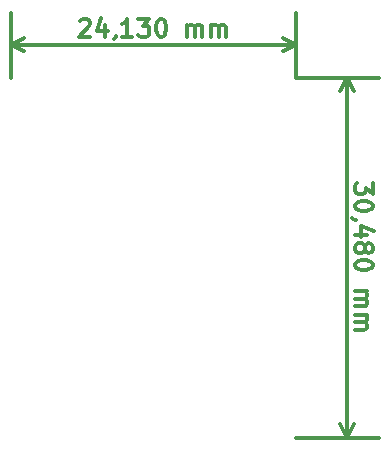
<source format=gbr>
%TF.GenerationSoftware,KiCad,Pcbnew,5.1.9+dfsg1-1+deb11u1*%
%TF.CreationDate,2022-11-30T10:07:17+01:00*%
%TF.ProjectId,A500MPU-Adapter,41353030-4d50-4552-9d41-646170746572,2.0*%
%TF.SameCoordinates,Original*%
%TF.FileFunction,Other,User*%
%FSLAX46Y46*%
G04 Gerber Fmt 4.6, Leading zero omitted, Abs format (unit mm)*
G04 Created by KiCad (PCBNEW 5.1.9+dfsg1-1+deb11u1) date 2022-11-30 10:07:17*
%MOMM*%
%LPD*%
G01*
G04 APERTURE LIST*
%ADD10C,0.300000*%
G04 APERTURE END LIST*
D10*
X175399428Y-105474285D02*
X175399428Y-106402857D01*
X174828000Y-105902857D01*
X174828000Y-106117142D01*
X174756571Y-106260000D01*
X174685142Y-106331428D01*
X174542285Y-106402857D01*
X174185142Y-106402857D01*
X174042285Y-106331428D01*
X173970857Y-106260000D01*
X173899428Y-106117142D01*
X173899428Y-105688571D01*
X173970857Y-105545714D01*
X174042285Y-105474285D01*
X175399428Y-107331428D02*
X175399428Y-107474285D01*
X175328000Y-107617142D01*
X175256571Y-107688571D01*
X175113714Y-107760000D01*
X174828000Y-107831428D01*
X174470857Y-107831428D01*
X174185142Y-107760000D01*
X174042285Y-107688571D01*
X173970857Y-107617142D01*
X173899428Y-107474285D01*
X173899428Y-107331428D01*
X173970857Y-107188571D01*
X174042285Y-107117142D01*
X174185142Y-107045714D01*
X174470857Y-106974285D01*
X174828000Y-106974285D01*
X175113714Y-107045714D01*
X175256571Y-107117142D01*
X175328000Y-107188571D01*
X175399428Y-107331428D01*
X173970857Y-108545714D02*
X173899428Y-108545714D01*
X173756571Y-108474285D01*
X173685142Y-108402857D01*
X174899428Y-109831428D02*
X173899428Y-109831428D01*
X175470857Y-109474285D02*
X174399428Y-109117142D01*
X174399428Y-110045714D01*
X174756571Y-110831428D02*
X174828000Y-110688571D01*
X174899428Y-110617142D01*
X175042285Y-110545714D01*
X175113714Y-110545714D01*
X175256571Y-110617142D01*
X175328000Y-110688571D01*
X175399428Y-110831428D01*
X175399428Y-111117142D01*
X175328000Y-111260000D01*
X175256571Y-111331428D01*
X175113714Y-111402857D01*
X175042285Y-111402857D01*
X174899428Y-111331428D01*
X174828000Y-111260000D01*
X174756571Y-111117142D01*
X174756571Y-110831428D01*
X174685142Y-110688571D01*
X174613714Y-110617142D01*
X174470857Y-110545714D01*
X174185142Y-110545714D01*
X174042285Y-110617142D01*
X173970857Y-110688571D01*
X173899428Y-110831428D01*
X173899428Y-111117142D01*
X173970857Y-111260000D01*
X174042285Y-111331428D01*
X174185142Y-111402857D01*
X174470857Y-111402857D01*
X174613714Y-111331428D01*
X174685142Y-111260000D01*
X174756571Y-111117142D01*
X175399428Y-112331428D02*
X175399428Y-112474285D01*
X175328000Y-112617142D01*
X175256571Y-112688571D01*
X175113714Y-112760000D01*
X174828000Y-112831428D01*
X174470857Y-112831428D01*
X174185142Y-112760000D01*
X174042285Y-112688571D01*
X173970857Y-112617142D01*
X173899428Y-112474285D01*
X173899428Y-112331428D01*
X173970857Y-112188571D01*
X174042285Y-112117142D01*
X174185142Y-112045714D01*
X174470857Y-111974285D01*
X174828000Y-111974285D01*
X175113714Y-112045714D01*
X175256571Y-112117142D01*
X175328000Y-112188571D01*
X175399428Y-112331428D01*
X173899428Y-114617142D02*
X174899428Y-114617142D01*
X174756571Y-114617142D02*
X174828000Y-114688571D01*
X174899428Y-114831428D01*
X174899428Y-115045714D01*
X174828000Y-115188571D01*
X174685142Y-115260000D01*
X173899428Y-115260000D01*
X174685142Y-115260000D02*
X174828000Y-115331428D01*
X174899428Y-115474285D01*
X174899428Y-115688571D01*
X174828000Y-115831428D01*
X174685142Y-115902857D01*
X173899428Y-115902857D01*
X173899428Y-116617142D02*
X174899428Y-116617142D01*
X174756571Y-116617142D02*
X174828000Y-116688571D01*
X174899428Y-116831428D01*
X174899428Y-117045714D01*
X174828000Y-117188571D01*
X174685142Y-117260000D01*
X173899428Y-117260000D01*
X174685142Y-117260000D02*
X174828000Y-117331428D01*
X174899428Y-117474285D01*
X174899428Y-117688571D01*
X174828000Y-117831428D01*
X174685142Y-117902857D01*
X173899428Y-117902857D01*
X173228000Y-96520000D02*
X173228000Y-127000000D01*
X168910000Y-96520000D02*
X175928000Y-96520000D01*
X168910000Y-127000000D02*
X175928000Y-127000000D01*
X173228000Y-127000000D02*
X172641579Y-125873496D01*
X173228000Y-127000000D02*
X173814421Y-125873496D01*
X173228000Y-96520000D02*
X172641579Y-97646504D01*
X173228000Y-96520000D02*
X173814421Y-97646504D01*
X150630714Y-91697428D02*
X150702142Y-91626000D01*
X150845000Y-91554571D01*
X151202142Y-91554571D01*
X151345000Y-91626000D01*
X151416428Y-91697428D01*
X151487857Y-91840285D01*
X151487857Y-91983142D01*
X151416428Y-92197428D01*
X150559285Y-93054571D01*
X151487857Y-93054571D01*
X152773571Y-92054571D02*
X152773571Y-93054571D01*
X152416428Y-91483142D02*
X152059285Y-92554571D01*
X152987857Y-92554571D01*
X153630714Y-92983142D02*
X153630714Y-93054571D01*
X153559285Y-93197428D01*
X153487857Y-93268857D01*
X155059285Y-93054571D02*
X154202142Y-93054571D01*
X154630714Y-93054571D02*
X154630714Y-91554571D01*
X154487857Y-91768857D01*
X154345000Y-91911714D01*
X154202142Y-91983142D01*
X155559285Y-91554571D02*
X156487857Y-91554571D01*
X155987857Y-92126000D01*
X156202142Y-92126000D01*
X156345000Y-92197428D01*
X156416428Y-92268857D01*
X156487857Y-92411714D01*
X156487857Y-92768857D01*
X156416428Y-92911714D01*
X156345000Y-92983142D01*
X156202142Y-93054571D01*
X155773571Y-93054571D01*
X155630714Y-92983142D01*
X155559285Y-92911714D01*
X157416428Y-91554571D02*
X157559285Y-91554571D01*
X157702142Y-91626000D01*
X157773571Y-91697428D01*
X157845000Y-91840285D01*
X157916428Y-92126000D01*
X157916428Y-92483142D01*
X157845000Y-92768857D01*
X157773571Y-92911714D01*
X157702142Y-92983142D01*
X157559285Y-93054571D01*
X157416428Y-93054571D01*
X157273571Y-92983142D01*
X157202142Y-92911714D01*
X157130714Y-92768857D01*
X157059285Y-92483142D01*
X157059285Y-92126000D01*
X157130714Y-91840285D01*
X157202142Y-91697428D01*
X157273571Y-91626000D01*
X157416428Y-91554571D01*
X159702142Y-93054571D02*
X159702142Y-92054571D01*
X159702142Y-92197428D02*
X159773571Y-92126000D01*
X159916428Y-92054571D01*
X160130714Y-92054571D01*
X160273571Y-92126000D01*
X160345000Y-92268857D01*
X160345000Y-93054571D01*
X160345000Y-92268857D02*
X160416428Y-92126000D01*
X160559285Y-92054571D01*
X160773571Y-92054571D01*
X160916428Y-92126000D01*
X160987857Y-92268857D01*
X160987857Y-93054571D01*
X161702142Y-93054571D02*
X161702142Y-92054571D01*
X161702142Y-92197428D02*
X161773571Y-92126000D01*
X161916428Y-92054571D01*
X162130714Y-92054571D01*
X162273571Y-92126000D01*
X162345000Y-92268857D01*
X162345000Y-93054571D01*
X162345000Y-92268857D02*
X162416428Y-92126000D01*
X162559285Y-92054571D01*
X162773571Y-92054571D01*
X162916428Y-92126000D01*
X162987857Y-92268857D01*
X162987857Y-93054571D01*
X144780000Y-93726000D02*
X168910000Y-93726000D01*
X144780000Y-96520000D02*
X144780000Y-91026000D01*
X168910000Y-96520000D02*
X168910000Y-91026000D01*
X168910000Y-93726000D02*
X167783496Y-94312421D01*
X168910000Y-93726000D02*
X167783496Y-93139579D01*
X144780000Y-93726000D02*
X145906504Y-94312421D01*
X144780000Y-93726000D02*
X145906504Y-93139579D01*
M02*

</source>
